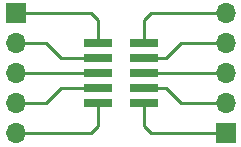
<source format=gbr>
%TF.GenerationSoftware,KiCad,Pcbnew,(6.0.6)*%
%TF.CreationDate,2022-07-22T01:14:47+01:00*%
%TF.ProjectId,SWD_CONN,5357445f-434f-44e4-9e2e-6b696361645f,rev?*%
%TF.SameCoordinates,Original*%
%TF.FileFunction,Copper,L1,Top*%
%TF.FilePolarity,Positive*%
%FSLAX46Y46*%
G04 Gerber Fmt 4.6, Leading zero omitted, Abs format (unit mm)*
G04 Created by KiCad (PCBNEW (6.0.6)) date 2022-07-22 01:14:47*
%MOMM*%
%LPD*%
G01*
G04 APERTURE LIST*
%TA.AperFunction,ComponentPad*%
%ADD10R,1.700000X1.700000*%
%TD*%
%TA.AperFunction,ComponentPad*%
%ADD11O,1.700000X1.700000*%
%TD*%
%TA.AperFunction,SMDPad,CuDef*%
%ADD12R,2.400000X0.740000*%
%TD*%
%TA.AperFunction,Conductor*%
%ADD13C,0.250000*%
%TD*%
G04 APERTURE END LIST*
D10*
%TO.P,J1,1,Pin_1*%
%TO.N,Net-(J1-Pad1)*%
X119380000Y-80010000D03*
D11*
%TO.P,J1,2,Pin_2*%
%TO.N,Net-(J1-Pad2)*%
X119380000Y-82550000D03*
%TO.P,J1,3,Pin_3*%
%TO.N,Net-(J1-Pad3)*%
X119380000Y-85090000D03*
%TO.P,J1,4,Pin_4*%
%TO.N,Net-(J1-Pad4)*%
X119380000Y-87630000D03*
%TO.P,J1,5,Pin_5*%
%TO.N,Net-(J1-Pad5)*%
X119380000Y-90170000D03*
%TD*%
D12*
%TO.P,JM1,10,Pin_10*%
%TO.N,Net-(J2-Pad1)*%
X130220000Y-87630000D03*
%TO.P,JM1,9,Pin_9*%
%TO.N,Net-(J1-Pad5)*%
X126320000Y-87630000D03*
%TO.P,JM1,8,Pin_8*%
%TO.N,Net-(J2-Pad2)*%
X130220000Y-86360000D03*
%TO.P,JM1,7,Pin_7*%
%TO.N,Net-(J1-Pad4)*%
X126320000Y-86360000D03*
%TO.P,JM1,6,Pin_6*%
%TO.N,Net-(J2-Pad3)*%
X130220000Y-85090000D03*
%TO.P,JM1,5,Pin_5*%
%TO.N,Net-(J1-Pad3)*%
X126320000Y-85090000D03*
%TO.P,JM1,4,Pin_4*%
%TO.N,Net-(J2-Pad4)*%
X130220000Y-83820000D03*
%TO.P,JM1,3,Pin_3*%
%TO.N,Net-(J1-Pad2)*%
X126320000Y-83820000D03*
%TO.P,JM1,2,Pin_2*%
%TO.N,Net-(J2-Pad5)*%
X130220000Y-82550000D03*
%TO.P,JM1,1,Pin_1*%
%TO.N,Net-(J1-Pad1)*%
X126320000Y-82550000D03*
%TD*%
D11*
%TO.P,J2,5,Pin_5*%
%TO.N,Net-(J2-Pad5)*%
X137160000Y-80005000D03*
%TO.P,J2,4,Pin_4*%
%TO.N,Net-(J2-Pad4)*%
X137160000Y-82545000D03*
%TO.P,J2,3,Pin_3*%
%TO.N,Net-(J2-Pad3)*%
X137160000Y-85085000D03*
%TO.P,J2,2,Pin_2*%
%TO.N,Net-(J2-Pad2)*%
X137160000Y-87625000D03*
D10*
%TO.P,J2,1,Pin_1*%
%TO.N,Net-(J2-Pad1)*%
X137160000Y-90165000D03*
%TD*%
D13*
%TO.N,Net-(J1-Pad2)*%
X123190000Y-83820000D02*
X121920000Y-82550000D01*
X126320000Y-83820000D02*
X123190000Y-83820000D01*
X121920000Y-82550000D02*
X119380000Y-82550000D01*
%TO.N,Net-(J1-Pad4)*%
X123190000Y-86360000D02*
X121920000Y-87630000D01*
X121920000Y-87630000D02*
X119380000Y-87630000D01*
X126320000Y-86360000D02*
X123190000Y-86360000D01*
%TO.N,Net-(J1-Pad1)*%
X125730000Y-80010000D02*
X119380000Y-80010000D01*
X126320000Y-80600000D02*
X125730000Y-80010000D01*
X126320000Y-82550000D02*
X126320000Y-80600000D01*
%TO.N,Net-(J1-Pad3)*%
X126320000Y-85090000D02*
X119380000Y-85090000D01*
%TO.N,Net-(J1-Pad5)*%
X126320000Y-87630000D02*
X126320000Y-89580000D01*
X126320000Y-89580000D02*
X125730000Y-90170000D01*
X125730000Y-90170000D02*
X119380000Y-90170000D01*
%TO.N,Net-(J2-Pad2)*%
X133350000Y-87630000D02*
X133355000Y-87625000D01*
X132080000Y-86360000D02*
X133350000Y-87630000D01*
X130220000Y-86360000D02*
X132080000Y-86360000D01*
X133355000Y-87625000D02*
X137160000Y-87625000D01*
%TO.N,Net-(J2-Pad3)*%
X137155000Y-85090000D02*
X137160000Y-85085000D01*
X130220000Y-85090000D02*
X137155000Y-85090000D01*
%TO.N,Net-(J2-Pad4)*%
X132080000Y-83820000D02*
X133355000Y-82545000D01*
X133355000Y-82545000D02*
X137160000Y-82545000D01*
X130220000Y-83820000D02*
X132080000Y-83820000D01*
%TO.N,Net-(J2-Pad5)*%
X130220000Y-82550000D02*
X130220000Y-80600000D01*
X130815000Y-80005000D02*
X137160000Y-80005000D01*
X130220000Y-80600000D02*
X130815000Y-80005000D01*
%TO.N,Net-(J2-Pad1)*%
X130220000Y-89580000D02*
X130810000Y-90170000D01*
X130815000Y-90165000D02*
X137160000Y-90165000D01*
X130220000Y-87630000D02*
X130220000Y-89580000D01*
X130810000Y-90170000D02*
X130815000Y-90165000D01*
%TD*%
M02*

</source>
